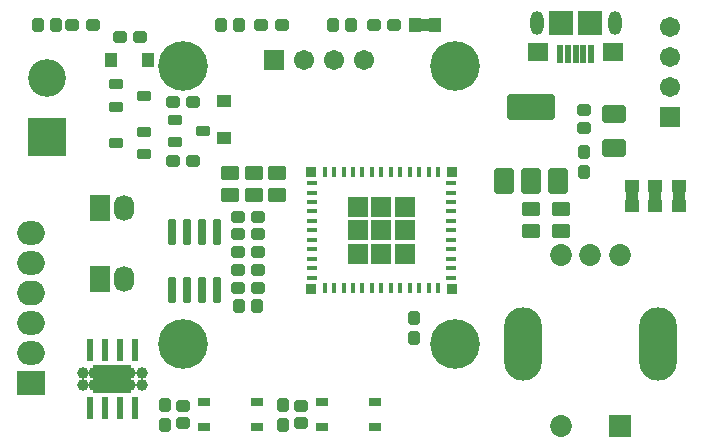
<source format=gts>
G04*
G04 #@! TF.GenerationSoftware,Altium Limited,Altium Designer,23.4.1 (23)*
G04*
G04 Layer_Color=8388736*
%FSLAX44Y44*%
%MOMM*%
G71*
G04*
G04 #@! TF.SameCoordinates,B15F27E1-BD37-4E37-B4E4-94D8F929397A*
G04*
G04*
G04 #@! TF.FilePolarity,Negative*
G04*
G01*
G75*
%ADD22R,0.4064X0.8128*%
%ADD23R,0.8128X0.4064*%
%ADD38R,0.9906X0.7112*%
%ADD40R,0.5334X1.9812*%
%ADD41R,1.0000X1.0000*%
%ADD42R,1.6510X1.6510*%
%ADD43R,0.9144X0.9144*%
%ADD44R,1.1032X1.2032*%
%ADD45R,1.2032X1.1032*%
G04:AMPARAMS|DCode=46|XSize=1.1032mm|YSize=1.0032mm|CornerRadius=0.1616mm|HoleSize=0mm|Usage=FLASHONLY|Rotation=90.000|XOffset=0mm|YOffset=0mm|HoleType=Round|Shape=RoundedRectangle|*
%AMROUNDEDRECTD46*
21,1,1.1032,0.6800,0,0,90.0*
21,1,0.7800,1.0032,0,0,90.0*
1,1,0.3232,0.3400,0.3900*
1,1,0.3232,0.3400,-0.3900*
1,1,0.3232,-0.3400,-0.3900*
1,1,0.3232,-0.3400,0.3900*
%
%ADD46ROUNDEDRECTD46*%
G04:AMPARAMS|DCode=47|XSize=1.5432mm|YSize=2.0032mm|CornerRadius=0.1686mm|HoleSize=0mm|Usage=FLASHONLY|Rotation=90.000|XOffset=0mm|YOffset=0mm|HoleType=Round|Shape=RoundedRectangle|*
%AMROUNDEDRECTD47*
21,1,1.5432,1.6660,0,0,90.0*
21,1,1.2060,2.0032,0,0,90.0*
1,1,0.3372,0.8330,0.6030*
1,1,0.3372,0.8330,-0.6030*
1,1,0.3372,-0.8330,-0.6030*
1,1,0.3372,-0.8330,0.6030*
%
%ADD47ROUNDEDRECTD47*%
G04:AMPARAMS|DCode=48|XSize=1.7032mm|YSize=2.2032mm|CornerRadius=0.2891mm|HoleSize=0mm|Usage=FLASHONLY|Rotation=0.000|XOffset=0mm|YOffset=0mm|HoleType=Round|Shape=RoundedRectangle|*
%AMROUNDEDRECTD48*
21,1,1.7032,1.6250,0,0,0.0*
21,1,1.1250,2.2032,0,0,0.0*
1,1,0.5782,0.5625,-0.8125*
1,1,0.5782,-0.5625,-0.8125*
1,1,0.5782,-0.5625,0.8125*
1,1,0.5782,0.5625,0.8125*
%
%ADD48ROUNDEDRECTD48*%
G04:AMPARAMS|DCode=49|XSize=4.0032mm|YSize=2.2032mm|CornerRadius=0.1516mm|HoleSize=0mm|Usage=FLASHONLY|Rotation=0.000|XOffset=0mm|YOffset=0mm|HoleType=Round|Shape=RoundedRectangle|*
%AMROUNDEDRECTD49*
21,1,4.0032,1.9000,0,0,0.0*
21,1,3.7000,2.2032,0,0,0.0*
1,1,0.3032,1.8500,-0.9500*
1,1,0.3032,-1.8500,-0.9500*
1,1,0.3032,-1.8500,0.9500*
1,1,0.3032,1.8500,0.9500*
%
%ADD49ROUNDEDRECTD49*%
G04:AMPARAMS|DCode=50|XSize=1.0032mm|YSize=1.1032mm|CornerRadius=0.1616mm|HoleSize=0mm|Usage=FLASHONLY|Rotation=90.000|XOffset=0mm|YOffset=0mm|HoleType=Round|Shape=RoundedRectangle|*
%AMROUNDEDRECTD50*
21,1,1.0032,0.7800,0,0,90.0*
21,1,0.6800,1.1032,0,0,90.0*
1,1,0.3232,0.3900,0.3400*
1,1,0.3232,0.3900,-0.3400*
1,1,0.3232,-0.3900,-0.3400*
1,1,0.3232,-0.3900,0.3400*
%
%ADD50ROUNDEDRECTD50*%
G04:AMPARAMS|DCode=51|XSize=1.1032mm|YSize=1.0032mm|CornerRadius=0.1616mm|HoleSize=0mm|Usage=FLASHONLY|Rotation=0.000|XOffset=0mm|YOffset=0mm|HoleType=Round|Shape=RoundedRectangle|*
%AMROUNDEDRECTD51*
21,1,1.1032,0.6800,0,0,0.0*
21,1,0.7800,1.0032,0,0,0.0*
1,1,0.3232,0.3900,-0.3400*
1,1,0.3232,-0.3900,-0.3400*
1,1,0.3232,-0.3900,0.3400*
1,1,0.3232,0.3900,0.3400*
%
%ADD51ROUNDEDRECTD51*%
G04:AMPARAMS|DCode=52|XSize=1.1532mm|YSize=1.6032mm|CornerRadius=0.1729mm|HoleSize=0mm|Usage=FLASHONLY|Rotation=270.000|XOffset=0mm|YOffset=0mm|HoleType=Round|Shape=RoundedRectangle|*
%AMROUNDEDRECTD52*
21,1,1.1532,1.2575,0,0,270.0*
21,1,0.8075,1.6032,0,0,270.0*
1,1,0.3457,-0.6288,-0.4037*
1,1,0.3457,-0.6288,0.4037*
1,1,0.3457,0.6288,0.4037*
1,1,0.3457,0.6288,-0.4037*
%
%ADD52ROUNDEDRECTD52*%
G04:AMPARAMS|DCode=53|XSize=0.8032mm|YSize=1.2532mm|CornerRadius=0.1466mm|HoleSize=0mm|Usage=FLASHONLY|Rotation=270.000|XOffset=0mm|YOffset=0mm|HoleType=Round|Shape=RoundedRectangle|*
%AMROUNDEDRECTD53*
21,1,0.8032,0.9600,0,0,270.0*
21,1,0.5100,1.2532,0,0,270.0*
1,1,0.2932,-0.4800,-0.2550*
1,1,0.2932,-0.4800,0.2550*
1,1,0.2932,0.4800,0.2550*
1,1,0.2932,0.4800,-0.2550*
%
%ADD53ROUNDEDRECTD53*%
%ADD54R,1.1032X1.1532*%
%ADD55R,1.1532X1.1032*%
G04:AMPARAMS|DCode=56|XSize=1.0032mm|YSize=1.1032mm|CornerRadius=0.1616mm|HoleSize=0mm|Usage=FLASHONLY|Rotation=180.000|XOffset=0mm|YOffset=0mm|HoleType=Round|Shape=RoundedRectangle|*
%AMROUNDEDRECTD56*
21,1,1.0032,0.7800,0,0,180.0*
21,1,0.6800,1.1032,0,0,180.0*
1,1,0.3232,-0.3400,0.3900*
1,1,0.3232,0.3400,0.3900*
1,1,0.3232,0.3400,-0.3900*
1,1,0.3232,-0.3400,-0.3900*
%
%ADD56ROUNDEDRECTD56*%
%ADD57R,0.6032X1.5532*%
%ADD58R,1.8032X1.6032*%
%ADD59R,2.1032X2.1032*%
G04:AMPARAMS|DCode=60|XSize=0.7366mm|YSize=2.1844mm|CornerRadius=0.1683mm|HoleSize=0mm|Usage=FLASHONLY|Rotation=180.000|XOffset=0mm|YOffset=0mm|HoleType=Round|Shape=RoundedRectangle|*
%AMROUNDEDRECTD60*
21,1,0.7366,1.8479,0,0,180.0*
21,1,0.4001,2.1844,0,0,180.0*
1,1,0.3366,-0.2000,0.9239*
1,1,0.3366,0.2000,0.9239*
1,1,0.3366,0.2000,-0.9239*
1,1,0.3366,-0.2000,-0.9239*
%
%ADD60ROUNDEDRECTD60*%
%ADD61R,3.2004X2.3876*%
%ADD62R,1.7032X2.2032*%
%ADD63O,1.7032X2.2032*%
%ADD64C,1.7032*%
%ADD65R,1.7032X1.7032*%
%ADD66O,2.3368X2.0828*%
%ADD67O,2.3368X2.0320*%
%ADD68R,2.3368X2.0320*%
%ADD69R,1.7032X1.7032*%
%ADD70C,4.2032*%
%ADD71C,0.7032*%
%ADD72O,1.1032X2.0032*%
%ADD73R,1.8532X1.8532*%
%ADD74C,1.8532*%
%ADD75O,3.2032X6.2032*%
%ADD76R,3.2032X3.2032*%
%ADD77C,3.2032*%
%ADD78C,1.0032*%
D22*
X275000Y235000D02*
D03*
X283000D02*
D03*
X291000D02*
D03*
X299000D02*
D03*
X307000D02*
D03*
X315000D02*
D03*
X323000D02*
D03*
X331000D02*
D03*
X339000D02*
D03*
X347000D02*
D03*
X355000D02*
D03*
X363000D02*
D03*
X371000D02*
D03*
X371000Y137000D02*
D03*
X363000D02*
D03*
X355000D02*
D03*
X347000D02*
D03*
X339000D02*
D03*
X331000D02*
D03*
X323000D02*
D03*
X315000D02*
D03*
X307000D02*
D03*
X299000D02*
D03*
X291000D02*
D03*
X283000D02*
D03*
X275000D02*
D03*
D23*
X382000Y226000D02*
D03*
Y218000D02*
D03*
Y210000D02*
D03*
Y202000D02*
D03*
Y194000D02*
D03*
Y186000D02*
D03*
Y178000D02*
D03*
Y170000D02*
D03*
Y162000D02*
D03*
Y154000D02*
D03*
Y146000D02*
D03*
X264000D02*
D03*
Y154000D02*
D03*
Y162000D02*
D03*
Y170000D02*
D03*
Y178000D02*
D03*
Y186000D02*
D03*
Y194000D02*
D03*
Y202000D02*
D03*
Y210000D02*
D03*
Y218000D02*
D03*
Y226000D02*
D03*
D38*
X272500Y40750D02*
D03*
X317500D02*
D03*
X272500Y19250D02*
D03*
X317500D02*
D03*
X172500Y40750D02*
D03*
X217500D02*
D03*
X172500Y19250D02*
D03*
X217500D02*
D03*
D40*
X114050Y84638D02*
D03*
X101350D02*
D03*
X88650D02*
D03*
X75950D02*
D03*
Y35362D02*
D03*
X88650D02*
D03*
X101350D02*
D03*
X114050D02*
D03*
D41*
X360000Y360000D02*
D03*
X535000Y215000D02*
D03*
X555000D02*
D03*
X575000D02*
D03*
D42*
X323000Y205750D02*
D03*
X303250D02*
D03*
Y186000D02*
D03*
Y166250D02*
D03*
X323000D02*
D03*
X342750D02*
D03*
Y186000D02*
D03*
Y205750D02*
D03*
X323000Y186000D02*
D03*
D43*
X263500Y235500D02*
D03*
Y136500D02*
D03*
X382500D02*
D03*
Y235500D02*
D03*
D44*
X351499Y359999D02*
D03*
X368499D02*
D03*
D45*
X535001Y206499D02*
D03*
Y223499D02*
D03*
X555001Y206499D02*
D03*
Y223499D02*
D03*
X575001Y206499D02*
D03*
Y223499D02*
D03*
D46*
X495000Y252000D02*
D03*
Y235000D02*
D03*
X240000Y21500D02*
D03*
Y38500D02*
D03*
X351000Y111500D02*
D03*
Y94500D02*
D03*
X140000Y38500D02*
D03*
Y21500D02*
D03*
D47*
X520000Y284300D02*
D03*
Y255700D02*
D03*
D48*
X473000Y228000D02*
D03*
X427000D02*
D03*
X450000D02*
D03*
D49*
Y290000D02*
D03*
D50*
X495000Y272500D02*
D03*
Y287500D02*
D03*
X155000Y22500D02*
D03*
Y37500D02*
D03*
X255000Y22500D02*
D03*
Y37500D02*
D03*
D51*
X163500Y245000D02*
D03*
X146500D02*
D03*
X101500Y350000D02*
D03*
X118500D02*
D03*
X221500Y360000D02*
D03*
X238500D02*
D03*
X316500D02*
D03*
X333500D02*
D03*
X218500Y137500D02*
D03*
X201500D02*
D03*
X218500Y197500D02*
D03*
X201500D02*
D03*
Y167500D02*
D03*
X218500D02*
D03*
X201500Y182500D02*
D03*
X218500D02*
D03*
X201500Y152500D02*
D03*
X218500D02*
D03*
X61500Y360000D02*
D03*
X78500D02*
D03*
X163500Y295000D02*
D03*
X146500D02*
D03*
D52*
X195000Y215750D02*
D03*
Y234250D02*
D03*
X215000Y215750D02*
D03*
Y234250D02*
D03*
X235000Y215750D02*
D03*
Y234250D02*
D03*
X450000Y185750D02*
D03*
Y204250D02*
D03*
X475000Y185750D02*
D03*
Y204250D02*
D03*
D53*
X98150Y260000D02*
D03*
X121850Y269500D02*
D03*
Y250500D02*
D03*
X148150Y279500D02*
D03*
Y260500D02*
D03*
X171850Y270000D02*
D03*
X98150Y309500D02*
D03*
Y290500D02*
D03*
X121850Y300000D02*
D03*
D54*
X125750Y330000D02*
D03*
X94250D02*
D03*
D55*
X190000Y295750D02*
D03*
Y264250D02*
D03*
D56*
X202500Y360000D02*
D03*
X187500D02*
D03*
X297500D02*
D03*
X282500D02*
D03*
X217500Y122000D02*
D03*
X202500D02*
D03*
X47500Y360000D02*
D03*
X32500D02*
D03*
D57*
X500500Y335000D02*
D03*
X494000D02*
D03*
X487500D02*
D03*
X481000D02*
D03*
X474500D02*
D03*
D58*
X519500Y337250D02*
D03*
X455500D02*
D03*
D59*
X499500Y361750D02*
D03*
X475500D02*
D03*
D60*
X171349Y184637D02*
D03*
X158649D02*
D03*
X145949D02*
D03*
X184049D02*
D03*
Y135361D02*
D03*
X171349D02*
D03*
X158649D02*
D03*
X145949D02*
D03*
D61*
X95000Y60000D02*
D03*
D62*
X85000Y145000D02*
D03*
Y205000D02*
D03*
D63*
X105000Y145000D02*
D03*
Y205000D02*
D03*
D64*
X567000Y358100D02*
D03*
Y332700D02*
D03*
X567000Y307300D02*
D03*
X257300Y330000D02*
D03*
X282700Y330000D02*
D03*
X308100D02*
D03*
D65*
X567000Y281900D02*
D03*
D66*
X26000Y132700D02*
D03*
D67*
Y107300D02*
D03*
Y81900D02*
D03*
Y158100D02*
D03*
Y183500D02*
D03*
D68*
Y56500D02*
D03*
D69*
X231900Y330000D02*
D03*
D70*
X155000Y325000D02*
D03*
X385000D02*
D03*
X155000Y90000D02*
D03*
X385000D02*
D03*
D71*
X520500Y361750D02*
D03*
X454500D02*
D03*
D72*
X520500D02*
D03*
X454500D02*
D03*
D73*
X525000Y20000D02*
D03*
D74*
X475000D02*
D03*
X525000Y165000D02*
D03*
X500000D02*
D03*
X475000D02*
D03*
D75*
X557000Y90000D02*
D03*
X443000D02*
D03*
D76*
X40000Y265000D02*
D03*
D77*
Y315000D02*
D03*
D78*
X120000Y65000D02*
D03*
Y55000D02*
D03*
X70000D02*
D03*
Y65000D02*
D03*
X90000D02*
D03*
X100000D02*
D03*
X110000D02*
D03*
Y55000D02*
D03*
X100000D02*
D03*
X90000D02*
D03*
X80000D02*
D03*
Y65000D02*
D03*
M02*

</source>
